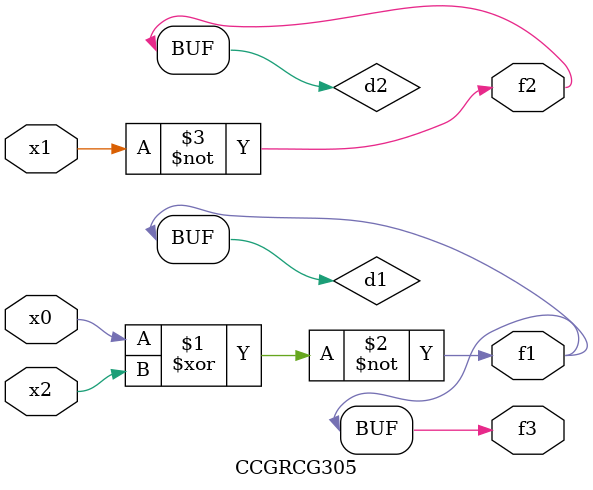
<source format=v>
module CCGRCG305(
	input x0, x1, x2,
	output f1, f2, f3
);

	wire d1, d2, d3;

	xnor (d1, x0, x2);
	nand (d2, x1);
	nor (d3, x1, x2);
	assign f1 = d1;
	assign f2 = d2;
	assign f3 = d1;
endmodule

</source>
